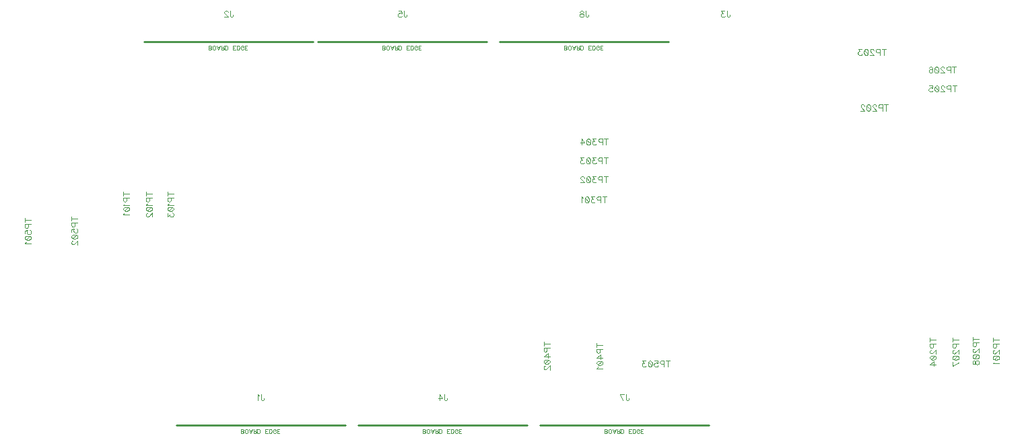
<source format=gbr>
G04 DipTrace 2.4.0.2*
%INBottomAssy.gbr*%
%MOIN*%
%ADD10C,0.0098*%
%ADD12C,0.003*%
%ADD111C,0.0046*%
%FSLAX44Y44*%
G04*
G70*
G90*
G75*
G01*
%LNBotAssy*%
%LPD*%
X10311Y402D2*
D10*
X18689D1*
X8711Y19402D2*
X17089D1*
X19311Y402D2*
X27689D1*
X17311Y19402D2*
X25689D1*
X28311Y402D2*
X36689D1*
X26311Y19402D2*
X34689D1*
X14511Y1939D2*
D111*
Y1710D1*
X14525Y1667D1*
X14539Y1652D1*
X14568Y1638D1*
X14597D1*
X14625Y1652D1*
X14640Y1667D1*
X14654Y1710D1*
Y1738D1*
X14418Y1882D2*
X14389Y1896D1*
X14346Y1939D1*
Y1638D1*
X12975Y20939D2*
Y20710D1*
X12989Y20667D1*
X13004Y20652D1*
X13032Y20638D1*
X13061D1*
X13090Y20652D1*
X13104Y20667D1*
X13119Y20710D1*
Y20738D1*
X12868Y20867D2*
Y20882D1*
X12854Y20910D1*
X12839Y20925D1*
X12810Y20939D1*
X12753D1*
X12725Y20925D1*
X12710Y20910D1*
X12696Y20882D1*
Y20853D1*
X12710Y20824D1*
X12739Y20781D1*
X12882Y20638D1*
X12681D1*
X37575Y20939D2*
Y20710D1*
X37589Y20667D1*
X37604Y20652D1*
X37632Y20638D1*
X37661D1*
X37690Y20652D1*
X37704Y20667D1*
X37719Y20710D1*
Y20738D1*
X37454Y20939D2*
X37296D1*
X37382Y20824D1*
X37339D1*
X37310Y20810D1*
X37296Y20796D1*
X37281Y20753D1*
Y20724D1*
X37296Y20681D1*
X37325Y20652D1*
X37368Y20638D1*
X37411D1*
X37454Y20652D1*
X37468Y20667D1*
X37482Y20695D1*
X23582Y1939D2*
Y1710D1*
X23596Y1667D1*
X23611Y1652D1*
X23640Y1638D1*
X23668D1*
X23697Y1652D1*
X23711Y1667D1*
X23726Y1710D1*
Y1738D1*
X23346Y1638D2*
Y1939D1*
X23489Y1738D1*
X23274D1*
X21575Y20939D2*
Y20710D1*
X21589Y20667D1*
X21604Y20652D1*
X21632Y20638D1*
X21661D1*
X21690Y20652D1*
X21704Y20667D1*
X21719Y20710D1*
Y20738D1*
X21310Y20939D2*
X21454D1*
X21468Y20810D1*
X21454Y20824D1*
X21410Y20839D1*
X21368D1*
X21325Y20824D1*
X21296Y20796D1*
X21281Y20753D1*
Y20724D1*
X21296Y20681D1*
X21325Y20652D1*
X21368Y20638D1*
X21410D1*
X21454Y20652D1*
X21468Y20667D1*
X21482Y20695D1*
X32575Y1939D2*
Y1710D1*
X32589Y1667D1*
X32604Y1652D1*
X32632Y1638D1*
X32661D1*
X32690Y1652D1*
X32704Y1667D1*
X32719Y1710D1*
Y1738D1*
X32425Y1638D2*
X32281Y1939D1*
X32482D1*
X30575Y20939D2*
Y20710D1*
X30589Y20667D1*
X30604Y20652D1*
X30632Y20638D1*
X30661D1*
X30690Y20652D1*
X30704Y20667D1*
X30718Y20710D1*
Y20738D1*
X30411Y20939D2*
X30453Y20925D1*
X30468Y20896D1*
Y20867D1*
X30453Y20839D1*
X30425Y20824D1*
X30367Y20810D1*
X30324Y20796D1*
X30296Y20767D1*
X30282Y20738D1*
Y20695D1*
X30296Y20667D1*
X30310Y20652D1*
X30353Y20638D1*
X30411D1*
X30453Y20652D1*
X30468Y20667D1*
X30482Y20695D1*
Y20738D1*
X30468Y20767D1*
X30439Y20796D1*
X30396Y20810D1*
X30339Y20824D1*
X30310Y20839D1*
X30296Y20867D1*
Y20896D1*
X30310Y20925D1*
X30353Y20939D1*
X30411D1*
X7686Y11878D2*
X7987D1*
X7686Y11979D2*
Y11778D1*
X7843Y11685D2*
Y11556D1*
X7829Y11513D1*
X7815Y11499D1*
X7786Y11484D1*
X7743D1*
X7714Y11499D1*
X7700Y11513D1*
X7686Y11556D1*
Y11685D1*
X7987D1*
X7743Y11392D2*
X7729Y11363D1*
X7686Y11320D1*
X7987D1*
X7686Y11141D2*
X7700Y11184D1*
X7743Y11213D1*
X7815Y11227D1*
X7858D1*
X7930Y11213D1*
X7973Y11184D1*
X7987Y11141D1*
Y11112D1*
X7973Y11069D1*
X7930Y11041D1*
X7858Y11026D1*
X7815D1*
X7743Y11041D1*
X7700Y11069D1*
X7686Y11112D1*
Y11141D1*
X7743Y11041D2*
X7930Y11213D1*
X7743Y10934D2*
X7729Y10905D1*
X7686Y10862D1*
X7987D1*
X8811Y11880D2*
X9112D1*
X8811Y11981D2*
Y11780D1*
X8968Y11687D2*
Y11558D1*
X8954Y11515D1*
X8940Y11501D1*
X8911Y11486D1*
X8868D1*
X8839Y11501D1*
X8825Y11515D1*
X8811Y11558D1*
Y11687D1*
X9112D1*
X8868Y11394D2*
X8854Y11365D1*
X8811Y11322D1*
X9112D1*
X8811Y11143D2*
X8825Y11186D1*
X8868Y11215D1*
X8940Y11229D1*
X8983D1*
X9055Y11215D1*
X9098Y11186D1*
X9112Y11143D1*
Y11114D1*
X9098Y11071D1*
X9055Y11043D1*
X8983Y11028D1*
X8940D1*
X8868Y11043D1*
X8825Y11071D1*
X8811Y11114D1*
Y11143D1*
X8868Y11043D2*
X9055Y11215D1*
X8883Y10921D2*
X8868D1*
X8839Y10907D1*
X8825Y10892D1*
X8811Y10864D1*
Y10806D1*
X8825Y10778D1*
X8839Y10763D1*
X8868Y10749D1*
X8897D1*
X8926Y10763D1*
X8968Y10792D1*
X9112Y10936D1*
Y10735D1*
X9873Y11880D2*
X10175D1*
X9873Y11981D2*
Y11780D1*
X10031Y11687D2*
Y11558D1*
X10017Y11515D1*
X10002Y11501D1*
X9974Y11486D1*
X9931D1*
X9902Y11501D1*
X9887Y11515D1*
X9873Y11558D1*
Y11687D1*
X10175D1*
X9931Y11394D2*
X9916Y11365D1*
X9873Y11322D1*
X10175D1*
X9873Y11143D2*
X9888Y11186D1*
X9931Y11215D1*
X10002Y11229D1*
X10046D1*
X10117Y11215D1*
X10160Y11186D1*
X10175Y11143D1*
Y11114D1*
X10160Y11071D1*
X10117Y11043D1*
X10046Y11028D1*
X10002D1*
X9931Y11043D1*
X9888Y11071D1*
X9873Y11114D1*
Y11143D1*
X9931Y11043D2*
X10117Y11215D1*
X9873Y10907D2*
Y10749D1*
X9988Y10835D1*
Y10792D1*
X10002Y10763D1*
X10017Y10749D1*
X10060Y10735D1*
X10088D1*
X10131Y10749D1*
X10160Y10778D1*
X10175Y10821D1*
Y10864D1*
X10160Y10907D1*
X10146Y10921D1*
X10117Y10936D1*
X50748Y4630D2*
X51050D1*
X50748Y4731D2*
Y4530D1*
X50906Y4437D2*
Y4308D1*
X50892Y4265D1*
X50877Y4251D1*
X50849Y4236D1*
X50806D1*
X50777Y4251D1*
X50762Y4265D1*
X50748Y4308D1*
Y4437D1*
X51050D1*
X50820Y4129D2*
X50806D1*
X50777Y4115D1*
X50763Y4101D1*
X50749Y4072D1*
Y4014D1*
X50763Y3986D1*
X50777Y3972D1*
X50806Y3957D1*
X50834D1*
X50863Y3972D1*
X50906Y4000D1*
X51050Y4144D1*
Y3943D1*
X50749Y3764D2*
X50763Y3807D1*
X50806Y3836D1*
X50877Y3850D1*
X50921D1*
X50992Y3836D1*
X51035Y3807D1*
X51050Y3764D1*
Y3735D1*
X51035Y3692D1*
X50992Y3664D1*
X50921Y3649D1*
X50877D1*
X50806Y3664D1*
X50763Y3692D1*
X50749Y3735D1*
Y3764D1*
X50806Y3664D2*
X50992Y3836D1*
X50806Y3557D2*
X50791Y3528D1*
X50748Y3485D1*
X51050D1*
X45462Y16297D2*
Y15996D1*
X45563Y16297D2*
X45362D1*
X45269Y16139D2*
X45140D1*
X45097Y16154D1*
X45082Y16168D1*
X45068Y16197D1*
Y16240D1*
X45082Y16268D1*
X45097Y16283D1*
X45140Y16297D1*
X45269D1*
Y15996D1*
X44961Y16225D2*
Y16239D1*
X44947Y16268D1*
X44932Y16283D1*
X44904Y16297D1*
X44846D1*
X44818Y16283D1*
X44803Y16268D1*
X44789Y16239D1*
Y16211D1*
X44803Y16182D1*
X44832Y16139D1*
X44975Y15996D1*
X44775D1*
X44596Y16297D2*
X44639Y16283D1*
X44668Y16239D1*
X44682Y16168D1*
Y16125D1*
X44668Y16053D1*
X44639Y16010D1*
X44596Y15996D1*
X44567D1*
X44524Y16010D1*
X44496Y16053D1*
X44481Y16125D1*
Y16168D1*
X44496Y16239D1*
X44524Y16283D1*
X44567Y16297D1*
X44596D1*
X44496Y16239D2*
X44668Y16053D1*
X44374Y16225D2*
Y16239D1*
X44359Y16268D1*
X44345Y16283D1*
X44316Y16297D1*
X44259D1*
X44230Y16283D1*
X44216Y16268D1*
X44202Y16239D1*
Y16211D1*
X44216Y16182D1*
X44245Y16139D1*
X44388Y15996D1*
X44187D1*
X45337Y19047D2*
Y18746D1*
X45438Y19047D2*
X45237D1*
X45144Y18889D2*
X45015D1*
X44972Y18904D1*
X44957Y18918D1*
X44943Y18947D1*
Y18990D1*
X44957Y19018D1*
X44972Y19033D1*
X45015Y19047D1*
X45144D1*
Y18746D1*
X44836Y18975D2*
Y18989D1*
X44822Y19018D1*
X44807Y19033D1*
X44779Y19047D1*
X44721D1*
X44693Y19033D1*
X44678Y19018D1*
X44664Y18989D1*
Y18961D1*
X44678Y18932D1*
X44707Y18889D1*
X44850Y18746D1*
X44650D1*
X44471Y19047D2*
X44514Y19033D1*
X44543Y18989D1*
X44557Y18918D1*
Y18875D1*
X44543Y18803D1*
X44514Y18760D1*
X44471Y18746D1*
X44442D1*
X44399Y18760D1*
X44371Y18803D1*
X44356Y18875D1*
Y18918D1*
X44371Y18989D1*
X44399Y19033D1*
X44442Y19047D1*
X44471D1*
X44371Y18989D2*
X44543Y18803D1*
X44234Y19047D2*
X44077D1*
X44163Y18932D1*
X44120D1*
X44091Y18918D1*
X44077Y18904D1*
X44062Y18860D1*
Y18832D1*
X44077Y18789D1*
X44105Y18760D1*
X44149Y18746D1*
X44192D1*
X44234Y18760D1*
X44249Y18775D1*
X44263Y18803D1*
X47623Y4640D2*
X47925D1*
X47623Y4740D2*
Y4539D1*
X47781Y4446D2*
Y4317D1*
X47767Y4274D1*
X47752Y4260D1*
X47724Y4246D1*
X47681D1*
X47652Y4260D1*
X47637Y4274D1*
X47623Y4317D1*
Y4446D1*
X47925D1*
X47695Y4138D2*
X47681D1*
X47652Y4124D1*
X47638Y4110D1*
X47623Y4081D1*
Y4024D1*
X47638Y3995D1*
X47652Y3981D1*
X47681Y3966D1*
X47709D1*
X47738Y3981D1*
X47781Y4009D1*
X47925Y4153D1*
Y3952D1*
X47623Y3773D2*
X47638Y3816D1*
X47681Y3845D1*
X47752Y3859D1*
X47796D1*
X47867Y3845D1*
X47910Y3816D1*
X47925Y3773D1*
Y3745D1*
X47910Y3701D1*
X47867Y3673D1*
X47796Y3658D1*
X47752D1*
X47681Y3673D1*
X47638Y3701D1*
X47623Y3745D1*
Y3773D1*
X47681Y3673D2*
X47867Y3845D1*
X47925Y3422D2*
X47623D1*
X47824Y3566D1*
Y3350D1*
X48837Y17235D2*
Y16933D1*
X48938Y17235D2*
X48737D1*
X48644Y17077D2*
X48515D1*
X48472Y17091D1*
X48457Y17106D1*
X48443Y17134D1*
Y17177D1*
X48457Y17206D1*
X48472Y17220D1*
X48515Y17235D1*
X48644D1*
Y16933D1*
X48336Y17163D2*
Y17177D1*
X48322Y17206D1*
X48307Y17220D1*
X48279Y17234D1*
X48221D1*
X48193Y17220D1*
X48178Y17206D1*
X48164Y17177D1*
Y17148D1*
X48178Y17120D1*
X48207Y17077D1*
X48350Y16933D1*
X48150D1*
X47971Y17234D2*
X48014Y17220D1*
X48043Y17177D1*
X48057Y17105D1*
Y17062D1*
X48043Y16991D1*
X48014Y16947D1*
X47971Y16933D1*
X47942D1*
X47899Y16947D1*
X47871Y16991D1*
X47856Y17062D1*
Y17105D1*
X47871Y17177D1*
X47899Y17220D1*
X47942Y17234D1*
X47971D1*
X47871Y17177D2*
X48043Y16991D1*
X47591Y17234D2*
X47734D1*
X47749Y17105D1*
X47734Y17120D1*
X47691Y17134D1*
X47649D1*
X47605Y17120D1*
X47577Y17091D1*
X47562Y17048D1*
Y17019D1*
X47577Y16976D1*
X47605Y16947D1*
X47649Y16933D1*
X47691D1*
X47734Y16947D1*
X47749Y16962D1*
X47763Y16991D1*
X48830Y18172D2*
Y17871D1*
X48930Y18172D2*
X48729D1*
X48637Y18014D2*
X48507D1*
X48465Y18029D1*
X48450Y18043D1*
X48436Y18072D1*
Y18115D1*
X48450Y18143D1*
X48465Y18158D1*
X48507Y18172D1*
X48637D1*
Y17871D1*
X48329Y18100D2*
Y18114D1*
X48314Y18143D1*
X48300Y18158D1*
X48271Y18172D1*
X48214D1*
X48185Y18158D1*
X48171Y18143D1*
X48156Y18114D1*
Y18086D1*
X48171Y18057D1*
X48200Y18014D1*
X48343Y17871D1*
X48142D1*
X47963Y18172D2*
X48006Y18158D1*
X48035Y18114D1*
X48050Y18043D1*
Y18000D1*
X48035Y17928D1*
X48006Y17885D1*
X47963Y17871D1*
X47935D1*
X47892Y17885D1*
X47863Y17928D1*
X47849Y18000D1*
Y18043D1*
X47863Y18114D1*
X47892Y18158D1*
X47935Y18172D1*
X47963D1*
X47863Y18114D2*
X48035Y17928D1*
X47584Y18129D2*
X47598Y18158D1*
X47641Y18172D1*
X47670D1*
X47713Y18158D1*
X47742Y18114D1*
X47756Y18043D1*
Y17971D1*
X47742Y17914D1*
X47713Y17885D1*
X47670Y17871D1*
X47656D1*
X47613Y17885D1*
X47584Y17914D1*
X47570Y17957D1*
Y17971D1*
X47584Y18014D1*
X47613Y18043D1*
X47656Y18057D1*
X47670D1*
X47713Y18043D1*
X47742Y18014D1*
X47756Y17971D1*
X48748Y4632D2*
X49050D1*
X48748Y4733D2*
Y4532D1*
X48906Y4439D2*
Y4310D1*
X48892Y4267D1*
X48877Y4253D1*
X48849Y4238D1*
X48806D1*
X48777Y4253D1*
X48762Y4267D1*
X48748Y4310D1*
Y4439D1*
X49050D1*
X48820Y4131D2*
X48806D1*
X48777Y4117D1*
X48763Y4103D1*
X48749Y4074D1*
Y4016D1*
X48763Y3988D1*
X48777Y3974D1*
X48806Y3959D1*
X48834D1*
X48863Y3974D1*
X48906Y4002D1*
X49050Y4146D1*
Y3945D1*
X48749Y3766D2*
X48763Y3809D1*
X48806Y3838D1*
X48877Y3852D1*
X48921D1*
X48992Y3838D1*
X49035Y3809D1*
X49050Y3766D1*
Y3737D1*
X49035Y3694D1*
X48992Y3666D1*
X48921Y3651D1*
X48877D1*
X48806Y3666D1*
X48763Y3694D1*
X48749Y3737D1*
Y3766D1*
X48806Y3666D2*
X48992Y3838D1*
X49050Y3501D2*
X48748Y3358D1*
X48749Y3559D1*
X49748Y4695D2*
X50050D1*
X49748Y4795D2*
Y4594D1*
X49906Y4502D2*
Y4372D1*
X49892Y4330D1*
X49877Y4315D1*
X49849Y4301D1*
X49806D1*
X49777Y4315D1*
X49762Y4330D1*
X49748Y4372D1*
Y4502D1*
X50050D1*
X49820Y4194D2*
X49806D1*
X49777Y4179D1*
X49763Y4165D1*
X49749Y4136D1*
Y4079D1*
X49763Y4050D1*
X49777Y4036D1*
X49806Y4021D1*
X49834D1*
X49863Y4036D1*
X49906Y4065D1*
X50050Y4208D1*
Y4007D1*
X49749Y3828D2*
X49763Y3871D1*
X49806Y3900D1*
X49877Y3915D1*
X49921D1*
X49992Y3900D1*
X50035Y3871D1*
X50050Y3828D1*
Y3800D1*
X50035Y3757D1*
X49992Y3728D1*
X49921Y3714D1*
X49877D1*
X49806Y3728D1*
X49763Y3757D1*
X49749Y3800D1*
Y3828D1*
X49806Y3728D2*
X49992Y3900D1*
X49749Y3549D2*
X49763Y3592D1*
X49791Y3607D1*
X49820D1*
X49849Y3592D1*
X49863Y3564D1*
X49877Y3506D1*
X49892Y3463D1*
X49921Y3435D1*
X49949Y3420D1*
X49992D1*
X50021Y3435D1*
X50035Y3449D1*
X50050Y3492D1*
Y3549D1*
X50035Y3592D1*
X50021Y3607D1*
X49992Y3621D1*
X49949D1*
X49921Y3607D1*
X49892Y3578D1*
X49877Y3535D1*
X49863Y3478D1*
X49849Y3449D1*
X49820Y3435D1*
X49791D1*
X49763Y3449D1*
X49748Y3492D1*
X49749Y3549D1*
X31523Y11735D2*
Y11433D1*
X31623Y11735D2*
X31422D1*
X31330Y11577D2*
X31200D1*
X31157Y11591D1*
X31143Y11606D1*
X31129Y11634D1*
Y11677D1*
X31143Y11706D1*
X31157Y11720D1*
X31200Y11735D1*
X31330D1*
Y11433D1*
X31007Y11734D2*
X30850D1*
X30936Y11620D1*
X30892D1*
X30864Y11605D1*
X30850Y11591D1*
X30835Y11548D1*
Y11519D1*
X30850Y11476D1*
X30878Y11447D1*
X30921Y11433D1*
X30964D1*
X31007Y11447D1*
X31021Y11462D1*
X31036Y11491D1*
X30656Y11734D2*
X30699Y11720D1*
X30728Y11677D1*
X30742Y11605D1*
Y11562D1*
X30728Y11491D1*
X30699Y11447D1*
X30656Y11433D1*
X30628D1*
X30585Y11447D1*
X30556Y11491D1*
X30541Y11562D1*
Y11605D1*
X30556Y11677D1*
X30585Y11720D1*
X30628Y11734D1*
X30656D1*
X30556Y11677D2*
X30728Y11491D1*
X30449Y11677D2*
X30420Y11692D1*
X30377Y11734D1*
Y11433D1*
X31587Y12735D2*
Y12433D1*
X31688Y12735D2*
X31487D1*
X31394Y12577D2*
X31265D1*
X31222Y12591D1*
X31207Y12606D1*
X31193Y12634D1*
Y12677D1*
X31207Y12706D1*
X31222Y12720D1*
X31265Y12735D1*
X31394D1*
Y12433D1*
X31072Y12734D2*
X30914D1*
X31000Y12620D1*
X30957D1*
X30928Y12605D1*
X30914Y12591D1*
X30900Y12548D1*
Y12519D1*
X30914Y12476D1*
X30943Y12447D1*
X30986Y12433D1*
X31029D1*
X31072Y12447D1*
X31086Y12462D1*
X31100Y12491D1*
X30721Y12734D2*
X30764Y12720D1*
X30793Y12677D1*
X30807Y12605D1*
Y12562D1*
X30793Y12491D1*
X30764Y12447D1*
X30721Y12433D1*
X30692D1*
X30649Y12447D1*
X30621Y12491D1*
X30606Y12562D1*
Y12605D1*
X30621Y12677D1*
X30649Y12720D1*
X30692Y12734D1*
X30721D1*
X30621Y12677D2*
X30793Y12491D1*
X30499Y12663D2*
Y12677D1*
X30484Y12706D1*
X30470Y12720D1*
X30441Y12734D1*
X30384D1*
X30355Y12720D1*
X30341Y12706D1*
X30327Y12677D1*
Y12648D1*
X30341Y12620D1*
X30370Y12577D1*
X30513Y12433D1*
X30312D1*
X31587Y13672D2*
Y13371D1*
X31688Y13672D2*
X31487D1*
X31394Y13514D2*
X31265D1*
X31222Y13529D1*
X31207Y13543D1*
X31193Y13572D1*
Y13615D1*
X31207Y13643D1*
X31222Y13658D1*
X31265Y13672D1*
X31394D1*
Y13371D1*
X31072Y13672D2*
X30914D1*
X31000Y13557D1*
X30957D1*
X30928Y13543D1*
X30914Y13529D1*
X30900Y13485D1*
Y13457D1*
X30914Y13414D1*
X30943Y13385D1*
X30986Y13371D1*
X31029D1*
X31072Y13385D1*
X31086Y13400D1*
X31100Y13428D1*
X30721Y13672D2*
X30764Y13658D1*
X30793Y13614D1*
X30807Y13543D1*
Y13500D1*
X30793Y13428D1*
X30764Y13385D1*
X30721Y13371D1*
X30692D1*
X30649Y13385D1*
X30621Y13428D1*
X30606Y13500D1*
Y13543D1*
X30621Y13614D1*
X30649Y13658D1*
X30692Y13672D1*
X30721D1*
X30621Y13614D2*
X30793Y13428D1*
X30484Y13672D2*
X30327D1*
X30413Y13557D1*
X30370D1*
X30341Y13543D1*
X30327Y13529D1*
X30312Y13485D1*
Y13457D1*
X30327Y13414D1*
X30355Y13385D1*
X30399Y13371D1*
X30442D1*
X30484Y13385D1*
X30499Y13400D1*
X30513Y13428D1*
X31594Y14610D2*
Y14308D1*
X31695Y14610D2*
X31494D1*
X31401Y14452D2*
X31272D1*
X31229Y14466D1*
X31215Y14481D1*
X31200Y14509D1*
Y14552D1*
X31215Y14581D1*
X31229Y14595D1*
X31272Y14610D1*
X31401D1*
Y14308D1*
X31079Y14609D2*
X30921D1*
X31007Y14495D1*
X30964D1*
X30936Y14480D1*
X30921Y14466D1*
X30907Y14423D1*
Y14394D1*
X30921Y14351D1*
X30950Y14322D1*
X30993Y14308D1*
X31036D1*
X31079Y14322D1*
X31093Y14337D1*
X31108Y14366D1*
X30728Y14609D2*
X30771Y14595D1*
X30800Y14552D1*
X30814Y14480D1*
Y14437D1*
X30800Y14366D1*
X30771Y14322D1*
X30728Y14308D1*
X30699D1*
X30656Y14322D1*
X30628Y14366D1*
X30613Y14437D1*
Y14480D1*
X30628Y14552D1*
X30656Y14595D1*
X30699Y14609D1*
X30728D1*
X30628Y14552D2*
X30800Y14366D1*
X30377Y14308D2*
Y14609D1*
X30520Y14409D1*
X30305D1*
X31123Y4388D2*
X31425D1*
X31123Y4488D2*
Y4287D1*
X31281Y4194D2*
Y4065D1*
X31267Y4022D1*
X31252Y4008D1*
X31224Y3994D1*
X31181D1*
X31152Y4008D1*
X31137Y4022D1*
X31123Y4065D1*
Y4194D1*
X31425D1*
Y3757D2*
X31123D1*
X31324Y3901D1*
Y3686D1*
X31123Y3507D2*
X31138Y3550D1*
X31181Y3579D1*
X31252Y3593D1*
X31296D1*
X31367Y3579D1*
X31410Y3550D1*
X31425Y3507D1*
Y3478D1*
X31410Y3435D1*
X31367Y3407D1*
X31296Y3392D1*
X31252D1*
X31181Y3407D1*
X31138Y3435D1*
X31123Y3478D1*
Y3507D1*
X31181Y3407D2*
X31367Y3579D1*
X31181Y3299D2*
X31166Y3271D1*
X31123Y3227D1*
X31425D1*
X28498Y4452D2*
X28800D1*
X28498Y4553D2*
Y4352D1*
X28656Y4259D2*
Y4130D1*
X28642Y4087D1*
X28627Y4072D1*
X28599Y4058D1*
X28556D1*
X28527Y4072D1*
X28512Y4087D1*
X28498Y4130D1*
Y4259D1*
X28800D1*
Y3822D2*
X28499D1*
X28699Y3965D1*
Y3750D1*
X28499Y3571D2*
X28513Y3614D1*
X28556Y3643D1*
X28627Y3658D1*
X28671D1*
X28742Y3643D1*
X28785Y3614D1*
X28800Y3571D1*
Y3543D1*
X28785Y3500D1*
X28742Y3471D1*
X28671Y3457D1*
X28627D1*
X28556Y3471D1*
X28513Y3500D1*
X28499Y3543D1*
Y3571D1*
X28556Y3471D2*
X28742Y3643D1*
X28570Y3349D2*
X28556D1*
X28527Y3335D1*
X28513Y3321D1*
X28499Y3292D1*
X28498Y3235D1*
X28513Y3206D1*
X28527Y3192D1*
X28556Y3177D1*
X28584D1*
X28613Y3192D1*
X28656Y3220D1*
X28800Y3364D1*
Y3163D1*
X2811Y10568D2*
X3112D1*
X2811Y10668D2*
Y10467D1*
X2969Y10375D2*
Y10246D1*
X2954Y10203D1*
X2940Y10188D1*
X2911Y10174D1*
X2868D1*
X2840Y10188D1*
X2825Y10203D1*
X2811Y10246D1*
Y10375D1*
X3112D1*
X2811Y9909D2*
Y10052D1*
X2940Y10067D1*
X2926Y10052D1*
X2911Y10009D1*
Y9967D1*
X2926Y9923D1*
X2954Y9895D1*
X2997Y9880D1*
X3026D1*
X3069Y9895D1*
X3098Y9923D1*
X3112Y9967D1*
Y10009D1*
X3098Y10052D1*
X3083Y10067D1*
X3055Y10081D1*
X2811Y9701D2*
X2825Y9745D1*
X2868Y9773D1*
X2940Y9788D1*
X2983D1*
X3055Y9773D1*
X3098Y9745D1*
X3112Y9701D1*
Y9673D1*
X3098Y9630D1*
X3055Y9601D1*
X2983Y9587D1*
X2940D1*
X2868Y9601D1*
X2825Y9630D1*
X2811Y9673D1*
Y9701D1*
X2868Y9601D2*
X3055Y9773D1*
X2868Y9494D2*
X2854Y9465D1*
X2811Y9422D1*
X3112D1*
X5123Y10632D2*
X5425D1*
X5123Y10733D2*
Y10532D1*
X5281Y10439D2*
Y10310D1*
X5267Y10267D1*
X5252Y10253D1*
X5224Y10238D1*
X5181D1*
X5152Y10253D1*
X5137Y10267D1*
X5123Y10310D1*
Y10439D1*
X5425D1*
X5124Y9974D2*
Y10117D1*
X5252Y10131D1*
X5238Y10117D1*
X5224Y10074D1*
Y10031D1*
X5238Y9988D1*
X5267Y9959D1*
X5310Y9945D1*
X5338D1*
X5381Y9959D1*
X5410Y9988D1*
X5425Y10031D1*
Y10074D1*
X5410Y10117D1*
X5396Y10131D1*
X5367Y10146D1*
X5124Y9766D2*
X5138Y9809D1*
X5181Y9838D1*
X5252Y9852D1*
X5296D1*
X5367Y9838D1*
X5410Y9809D1*
X5425Y9766D1*
Y9737D1*
X5410Y9694D1*
X5367Y9666D1*
X5296Y9651D1*
X5252D1*
X5181Y9666D1*
X5138Y9694D1*
X5124Y9737D1*
Y9766D1*
X5181Y9666D2*
X5367Y9838D1*
X5195Y9544D2*
X5181D1*
X5152Y9530D1*
X5138Y9515D1*
X5124Y9487D1*
X5123Y9429D1*
X5138Y9401D1*
X5152Y9386D1*
X5181Y9372D1*
X5209D1*
X5238Y9386D1*
X5281Y9415D1*
X5425Y9559D1*
Y9358D1*
X34650Y3610D2*
Y3308D1*
X34750Y3610D2*
X34549D1*
X34457Y3452D2*
X34327D1*
X34284Y3466D1*
X34270Y3481D1*
X34256Y3509D1*
Y3552D1*
X34270Y3581D1*
X34284Y3595D1*
X34327Y3610D1*
X34457D1*
Y3308D1*
X33991Y3609D2*
X34134D1*
X34148Y3480D1*
X34134Y3495D1*
X34091Y3509D1*
X34048D1*
X34005Y3495D1*
X33976Y3466D1*
X33962Y3423D1*
Y3394D1*
X33976Y3351D1*
X34005Y3322D1*
X34048Y3308D1*
X34091D1*
X34134Y3322D1*
X34148Y3337D1*
X34163Y3366D1*
X33783Y3609D2*
X33826Y3595D1*
X33855Y3552D1*
X33869Y3480D1*
Y3437D1*
X33855Y3366D1*
X33826Y3322D1*
X33783Y3308D1*
X33755D1*
X33712Y3322D1*
X33683Y3366D1*
X33668Y3437D1*
Y3480D1*
X33683Y3552D1*
X33712Y3595D1*
X33755Y3609D1*
X33783D1*
X33683Y3552D2*
X33855Y3366D1*
X33547Y3609D2*
X33389D1*
X33475Y3495D1*
X33432D1*
X33404Y3480D1*
X33389Y3466D1*
X33375Y3423D1*
Y3394D1*
X33389Y3351D1*
X33418Y3322D1*
X33461Y3308D1*
X33504D1*
X33547Y3322D1*
X33561Y3337D1*
X33576Y3366D1*
X13505Y19D2*
D12*
Y220D1*
X13592D1*
X13620Y210D1*
X13630Y200D1*
X13639Y181D1*
Y153D1*
X13630Y133D1*
X13620Y124D1*
X13592Y114D1*
X13620Y105D1*
X13630Y95D1*
X13639Y76D1*
Y57D1*
X13630Y38D1*
X13620Y28D1*
X13592Y19D1*
X13505D1*
Y114D2*
X13592D1*
X13759Y19D2*
X13739Y28D1*
X13720Y47D1*
X13711Y66D1*
X13701Y95D1*
Y143D1*
X13711Y172D1*
X13720Y191D1*
X13739Y210D1*
X13759Y220D1*
X13797D1*
X13816Y210D1*
X13835Y191D1*
X13845Y172D1*
X13854Y143D1*
Y95D1*
X13845Y66D1*
X13835Y47D1*
X13816Y28D1*
X13797Y19D1*
X13759D1*
X14069Y220D2*
X13992Y19D1*
X13916Y220D1*
X13945Y153D2*
X14040D1*
X14131Y114D2*
X14217D1*
X14246Y105D1*
X14255Y95D1*
X14265Y76D1*
Y57D1*
X14255Y38D1*
X14246Y28D1*
X14217Y19D1*
X14131D1*
Y220D1*
X14198Y114D2*
X14265Y220D1*
X14327Y19D2*
Y220D1*
X14394D1*
X14422Y210D1*
X14442Y191D1*
X14451Y172D1*
X14461Y143D1*
Y95D1*
X14451Y66D1*
X14442Y47D1*
X14422Y28D1*
X14394Y19D1*
X14327D1*
X14841D2*
X14717D1*
Y220D1*
X14841D1*
X14717Y114D2*
X14793D1*
X14903Y19D2*
Y220D1*
X14970D1*
X14998Y210D1*
X15018Y191D1*
X15027Y172D1*
X15037Y143D1*
Y95D1*
X15027Y66D1*
X15018Y47D1*
X14998Y28D1*
X14970Y19D1*
X14903D1*
X15242Y66D2*
X15232Y47D1*
X15213Y28D1*
X15194Y19D1*
X15156D1*
X15137Y28D1*
X15118Y47D1*
X15108Y66D1*
X15098Y95D1*
Y143D1*
X15108Y172D1*
X15118Y191D1*
X15137Y210D1*
X15156Y220D1*
X15194D1*
X15213Y210D1*
X15232Y191D1*
X15242Y172D1*
Y143D1*
X15194D1*
X15428Y19D2*
X15304D1*
Y220D1*
X15428D1*
X15304Y114D2*
X15380D1*
X11905Y19019D2*
Y19220D1*
X11992D1*
X12020Y19210D1*
X12030Y19200D1*
X12039Y19181D1*
Y19153D1*
X12030Y19133D1*
X12020Y19124D1*
X11992Y19114D1*
X12020Y19105D1*
X12030Y19095D1*
X12039Y19076D1*
Y19057D1*
X12030Y19038D1*
X12020Y19028D1*
X11992Y19019D1*
X11905D1*
Y19114D2*
X11992D1*
X12159Y19019D2*
X12139Y19028D1*
X12120Y19047D1*
X12111Y19066D1*
X12101Y19095D1*
Y19143D1*
X12111Y19172D1*
X12120Y19191D1*
X12139Y19210D1*
X12159Y19220D1*
X12197D1*
X12216Y19210D1*
X12235Y19191D1*
X12245Y19172D1*
X12254Y19143D1*
Y19095D1*
X12245Y19066D1*
X12235Y19047D1*
X12216Y19028D1*
X12197Y19019D1*
X12159D1*
X12469Y19220D2*
X12392Y19019D1*
X12316Y19220D1*
X12345Y19153D2*
X12440D1*
X12531Y19114D2*
X12617D1*
X12646Y19105D1*
X12655Y19095D1*
X12665Y19076D1*
Y19057D1*
X12655Y19038D1*
X12646Y19028D1*
X12617Y19019D1*
X12531D1*
Y19220D1*
X12598Y19114D2*
X12665Y19220D1*
X12727Y19019D2*
Y19220D1*
X12794D1*
X12822Y19210D1*
X12842Y19191D1*
X12851Y19172D1*
X12861Y19143D1*
Y19095D1*
X12851Y19066D1*
X12842Y19047D1*
X12822Y19028D1*
X12794Y19019D1*
X12727D1*
X13241D2*
X13117D1*
Y19220D1*
X13241D1*
X13117Y19114D2*
X13193D1*
X13303Y19019D2*
Y19220D1*
X13370D1*
X13398Y19210D1*
X13418Y19191D1*
X13427Y19172D1*
X13437Y19143D1*
Y19095D1*
X13427Y19066D1*
X13418Y19047D1*
X13398Y19028D1*
X13370Y19019D1*
X13303D1*
X13642Y19066D2*
X13632Y19047D1*
X13613Y19028D1*
X13594Y19019D1*
X13556D1*
X13537Y19028D1*
X13518Y19047D1*
X13508Y19066D1*
X13498Y19095D1*
Y19143D1*
X13508Y19172D1*
X13518Y19191D1*
X13537Y19210D1*
X13556Y19220D1*
X13594D1*
X13613Y19210D1*
X13632Y19191D1*
X13642Y19172D1*
Y19143D1*
X13594D1*
X13828Y19019D2*
X13704D1*
Y19220D1*
X13828D1*
X13704Y19114D2*
X13780D1*
X22505Y19D2*
Y220D1*
X22592D1*
X22620Y210D1*
X22630Y200D1*
X22639Y181D1*
Y153D1*
X22630Y133D1*
X22620Y124D1*
X22592Y114D1*
X22620Y105D1*
X22630Y95D1*
X22639Y76D1*
Y57D1*
X22630Y38D1*
X22620Y28D1*
X22592Y19D1*
X22505D1*
Y114D2*
X22592D1*
X22759Y19D2*
X22739Y28D1*
X22720Y47D1*
X22711Y66D1*
X22701Y95D1*
Y143D1*
X22711Y172D1*
X22720Y191D1*
X22739Y210D1*
X22759Y220D1*
X22797D1*
X22816Y210D1*
X22835Y191D1*
X22845Y172D1*
X22854Y143D1*
Y95D1*
X22845Y66D1*
X22835Y47D1*
X22816Y28D1*
X22797Y19D1*
X22759D1*
X23069Y220D2*
X22992Y19D1*
X22916Y220D1*
X22945Y153D2*
X23040D1*
X23131Y114D2*
X23217D1*
X23246Y105D1*
X23255Y95D1*
X23265Y76D1*
Y57D1*
X23255Y38D1*
X23246Y28D1*
X23217Y19D1*
X23131D1*
Y220D1*
X23198Y114D2*
X23265Y220D1*
X23327Y19D2*
Y220D1*
X23394D1*
X23422Y210D1*
X23442Y191D1*
X23451Y172D1*
X23461Y143D1*
Y95D1*
X23451Y66D1*
X23442Y47D1*
X23422Y28D1*
X23394Y19D1*
X23327D1*
X23841D2*
X23717D1*
Y220D1*
X23841D1*
X23717Y114D2*
X23793D1*
X23903Y19D2*
Y220D1*
X23970D1*
X23998Y210D1*
X24018Y191D1*
X24027Y172D1*
X24037Y143D1*
Y95D1*
X24027Y66D1*
X24018Y47D1*
X23998Y28D1*
X23970Y19D1*
X23903D1*
X24242Y66D2*
X24232Y47D1*
X24213Y28D1*
X24194Y19D1*
X24156D1*
X24137Y28D1*
X24118Y47D1*
X24108Y66D1*
X24098Y95D1*
Y143D1*
X24108Y172D1*
X24118Y191D1*
X24137Y210D1*
X24156Y220D1*
X24194D1*
X24213Y210D1*
X24232Y191D1*
X24242Y172D1*
Y143D1*
X24194D1*
X24428Y19D2*
X24304D1*
Y220D1*
X24428D1*
X24304Y114D2*
X24380D1*
X20505Y19019D2*
Y19220D1*
X20592D1*
X20620Y19210D1*
X20630Y19200D1*
X20639Y19181D1*
Y19153D1*
X20630Y19133D1*
X20620Y19124D1*
X20592Y19114D1*
X20620Y19105D1*
X20630Y19095D1*
X20639Y19076D1*
Y19057D1*
X20630Y19038D1*
X20620Y19028D1*
X20592Y19019D1*
X20505D1*
Y19114D2*
X20592D1*
X20759Y19019D2*
X20739Y19028D1*
X20720Y19047D1*
X20711Y19066D1*
X20701Y19095D1*
Y19143D1*
X20711Y19172D1*
X20720Y19191D1*
X20739Y19210D1*
X20759Y19220D1*
X20797D1*
X20816Y19210D1*
X20835Y19191D1*
X20845Y19172D1*
X20854Y19143D1*
Y19095D1*
X20845Y19066D1*
X20835Y19047D1*
X20816Y19028D1*
X20797Y19019D1*
X20759D1*
X21069Y19220D2*
X20992Y19019D1*
X20916Y19220D1*
X20945Y19153D2*
X21040D1*
X21131Y19114D2*
X21217D1*
X21246Y19105D1*
X21255Y19095D1*
X21265Y19076D1*
Y19057D1*
X21255Y19038D1*
X21246Y19028D1*
X21217Y19019D1*
X21131D1*
Y19220D1*
X21198Y19114D2*
X21265Y19220D1*
X21327Y19019D2*
Y19220D1*
X21394D1*
X21422Y19210D1*
X21442Y19191D1*
X21451Y19172D1*
X21461Y19143D1*
Y19095D1*
X21451Y19066D1*
X21442Y19047D1*
X21422Y19028D1*
X21394Y19019D1*
X21327D1*
X21841D2*
X21717D1*
Y19220D1*
X21841D1*
X21717Y19114D2*
X21793D1*
X21903Y19019D2*
Y19220D1*
X21970D1*
X21998Y19210D1*
X22018Y19191D1*
X22027Y19172D1*
X22037Y19143D1*
Y19095D1*
X22027Y19066D1*
X22018Y19047D1*
X21998Y19028D1*
X21970Y19019D1*
X21903D1*
X22242Y19066D2*
X22232Y19047D1*
X22213Y19028D1*
X22194Y19019D1*
X22156D1*
X22137Y19028D1*
X22118Y19047D1*
X22108Y19066D1*
X22098Y19095D1*
Y19143D1*
X22108Y19172D1*
X22118Y19191D1*
X22137Y19210D1*
X22156Y19220D1*
X22194D1*
X22213Y19210D1*
X22232Y19191D1*
X22242Y19172D1*
Y19143D1*
X22194D1*
X22428Y19019D2*
X22304D1*
Y19220D1*
X22428D1*
X22304Y19114D2*
X22380D1*
X31505Y19D2*
Y220D1*
X31592D1*
X31620Y210D1*
X31630Y200D1*
X31639Y181D1*
Y153D1*
X31630Y133D1*
X31620Y124D1*
X31592Y114D1*
X31620Y105D1*
X31630Y95D1*
X31639Y76D1*
Y57D1*
X31630Y38D1*
X31620Y28D1*
X31592Y19D1*
X31505D1*
Y114D2*
X31592D1*
X31759Y19D2*
X31739Y28D1*
X31720Y47D1*
X31711Y66D1*
X31701Y95D1*
Y143D1*
X31711Y172D1*
X31720Y191D1*
X31739Y210D1*
X31759Y220D1*
X31797D1*
X31816Y210D1*
X31835Y191D1*
X31845Y172D1*
X31854Y143D1*
Y95D1*
X31845Y66D1*
X31835Y47D1*
X31816Y28D1*
X31797Y19D1*
X31759D1*
X32069Y220D2*
X31992Y19D1*
X31916Y220D1*
X31945Y153D2*
X32040D1*
X32131Y114D2*
X32217D1*
X32246Y105D1*
X32255Y95D1*
X32265Y76D1*
Y57D1*
X32255Y38D1*
X32246Y28D1*
X32217Y19D1*
X32131D1*
Y220D1*
X32198Y114D2*
X32265Y220D1*
X32327Y19D2*
Y220D1*
X32394D1*
X32422Y210D1*
X32442Y191D1*
X32451Y172D1*
X32461Y143D1*
Y95D1*
X32451Y66D1*
X32442Y47D1*
X32422Y28D1*
X32394Y19D1*
X32327D1*
X32841D2*
X32717D1*
Y220D1*
X32841D1*
X32717Y114D2*
X32793D1*
X32903Y19D2*
Y220D1*
X32970D1*
X32998Y210D1*
X33018Y191D1*
X33027Y172D1*
X33037Y143D1*
Y95D1*
X33027Y66D1*
X33018Y47D1*
X32998Y28D1*
X32970Y19D1*
X32903D1*
X33242Y66D2*
X33232Y47D1*
X33213Y28D1*
X33194Y19D1*
X33156D1*
X33137Y28D1*
X33118Y47D1*
X33108Y66D1*
X33098Y95D1*
Y143D1*
X33108Y172D1*
X33118Y191D1*
X33137Y210D1*
X33156Y220D1*
X33194D1*
X33213Y210D1*
X33232Y191D1*
X33242Y172D1*
Y143D1*
X33194D1*
X33428Y19D2*
X33304D1*
Y220D1*
X33428D1*
X33304Y114D2*
X33380D1*
X29505Y19019D2*
Y19220D1*
X29592D1*
X29620Y19210D1*
X29630Y19200D1*
X29639Y19181D1*
Y19153D1*
X29630Y19133D1*
X29620Y19124D1*
X29592Y19114D1*
X29620Y19105D1*
X29630Y19095D1*
X29639Y19076D1*
Y19057D1*
X29630Y19038D1*
X29620Y19028D1*
X29592Y19019D1*
X29505D1*
Y19114D2*
X29592D1*
X29759Y19019D2*
X29739Y19028D1*
X29720Y19047D1*
X29711Y19066D1*
X29701Y19095D1*
Y19143D1*
X29711Y19172D1*
X29720Y19191D1*
X29739Y19210D1*
X29759Y19220D1*
X29797D1*
X29816Y19210D1*
X29835Y19191D1*
X29845Y19172D1*
X29854Y19143D1*
Y19095D1*
X29845Y19066D1*
X29835Y19047D1*
X29816Y19028D1*
X29797Y19019D1*
X29759D1*
X30069Y19220D2*
X29992Y19019D1*
X29916Y19220D1*
X29945Y19153D2*
X30040D1*
X30131Y19114D2*
X30217D1*
X30246Y19105D1*
X30255Y19095D1*
X30265Y19076D1*
Y19057D1*
X30255Y19038D1*
X30246Y19028D1*
X30217Y19019D1*
X30131D1*
Y19220D1*
X30198Y19114D2*
X30265Y19220D1*
X30327Y19019D2*
Y19220D1*
X30394D1*
X30422Y19210D1*
X30442Y19191D1*
X30451Y19172D1*
X30461Y19143D1*
Y19095D1*
X30451Y19066D1*
X30442Y19047D1*
X30422Y19028D1*
X30394Y19019D1*
X30327D1*
X30841D2*
X30717D1*
Y19220D1*
X30841D1*
X30717Y19114D2*
X30793D1*
X30903Y19019D2*
Y19220D1*
X30970D1*
X30998Y19210D1*
X31018Y19191D1*
X31027Y19172D1*
X31037Y19143D1*
Y19095D1*
X31027Y19066D1*
X31018Y19047D1*
X30998Y19028D1*
X30970Y19019D1*
X30903D1*
X31242Y19066D2*
X31232Y19047D1*
X31213Y19028D1*
X31194Y19019D1*
X31156D1*
X31137Y19028D1*
X31118Y19047D1*
X31108Y19066D1*
X31098Y19095D1*
Y19143D1*
X31108Y19172D1*
X31118Y19191D1*
X31137Y19210D1*
X31156Y19220D1*
X31194D1*
X31213Y19210D1*
X31232Y19191D1*
X31242Y19172D1*
Y19143D1*
X31194D1*
X31428Y19019D2*
X31304D1*
Y19220D1*
X31428D1*
X31304Y19114D2*
X31380D1*
M02*

</source>
